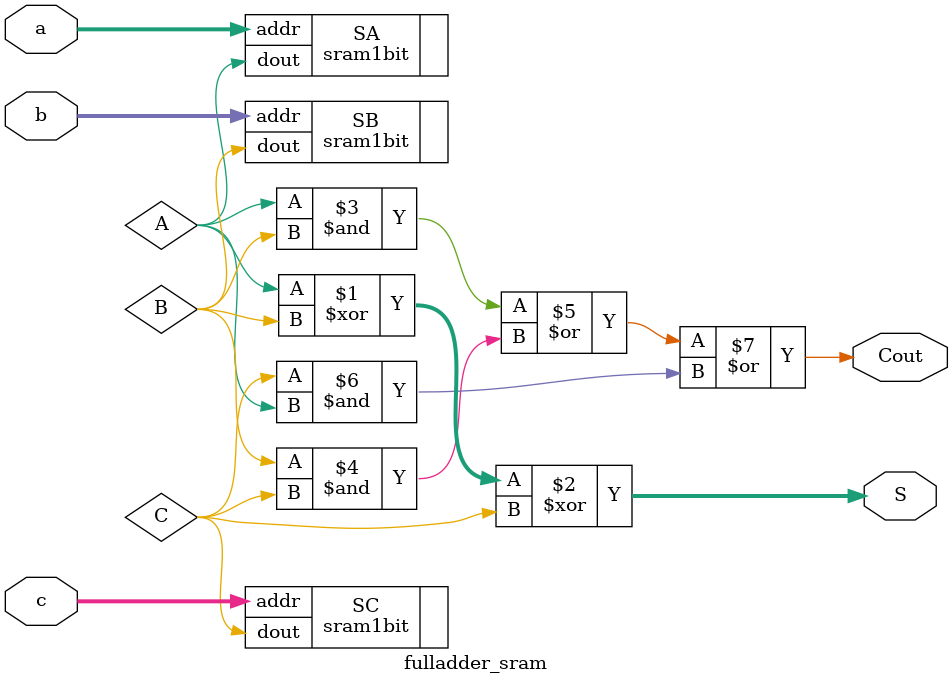
<source format=v>
`timescale 1ns / 1ps

module fulladder_sram (
    input  [1:0] a,
    input  [1:0] b,
    input  [1:0] c,
    output  [1:0] S,
    output       Cout
);

    wire A, B, C;

    sram1bit SA (.addr(a), .dout(A));
    sram1bit SB (.addr(b), .dout(B));
    sram1bit SC (.addr(c), .dout(C));

    assign S    = A ^ B ^ C;
    assign Cout = (A & B) | (B & C) | (C & A);

endmodule

</source>
